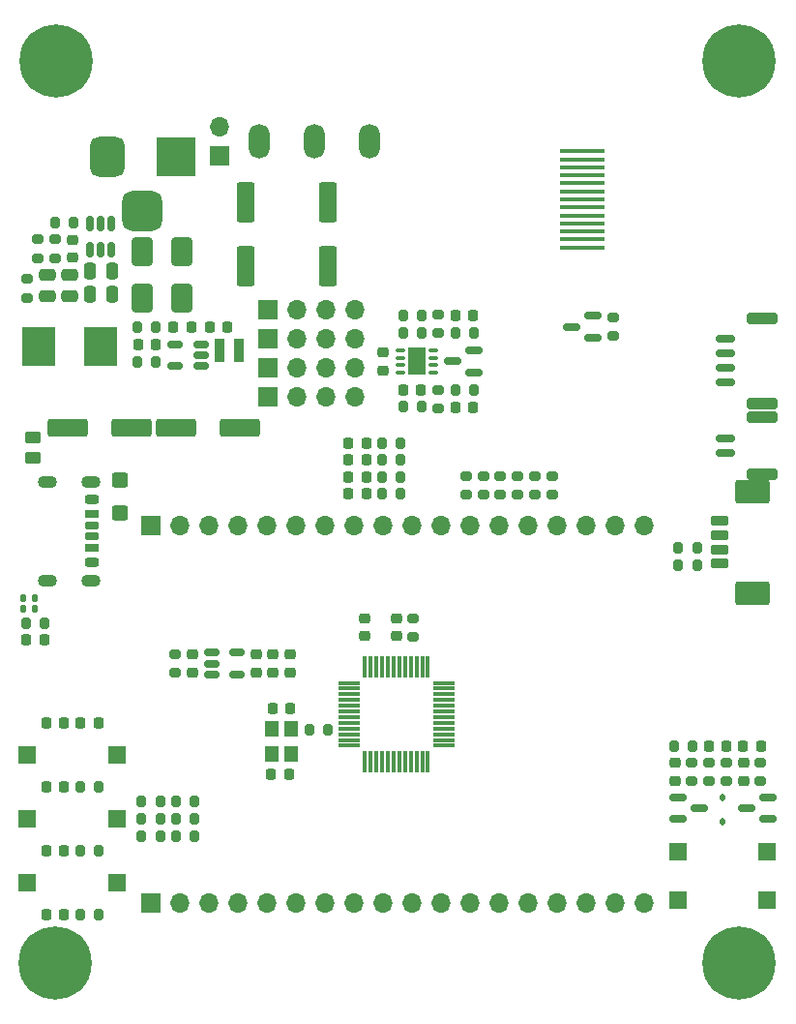
<source format=gts>
G04 Layer: BottomSilkscreenLayer*
G04 EasyEDA v6.5.25, 2024-03-20 21:11:36*
G04 Gerber Generator version 0.2*
G04 Scale: 100 percent, Rotated: No, Reflected: No *
G04 Dimensions in millimeters  *
G04 leading zeros omitted , absolute positions ,3 integer and 6 decimal *
%TF.GenerationSoftware,KiCad,Pcbnew,8.0.3*%
%TF.CreationDate,2024-07-16T23:41:29+08:00*%
%TF.ProjectId,mspm0,6d73706d-302e-46b6-9963-61645f706362,rev?*%
%TF.SameCoordinates,Original*%
%TF.FileFunction,Soldermask,Top*%
%TF.FilePolarity,Negative*%
%FSLAX46Y46*%
G04 Gerber Fmt 4.6, Leading zero omitted, Abs format (unit mm)*
G04 Created by KiCad (PCBNEW 8.0.3) date 2024-07-16 23:41:29*
%MOMM*%
%LPD*%
G01*
G04 APERTURE LIST*
G04 Aperture macros list*
%AMRoundRect*
0 Rectangle with rounded corners*
0 $1 Rounding radius*
0 $2 $3 $4 $5 $6 $7 $8 $9 X,Y pos of 4 corners*
0 Add a 4 corners polygon primitive as box body*
4,1,4,$2,$3,$4,$5,$6,$7,$8,$9,$2,$3,0*
0 Add four circle primitives for the rounded corners*
1,1,$1+$1,$2,$3*
1,1,$1+$1,$4,$5*
1,1,$1+$1,$6,$7*
1,1,$1+$1,$8,$9*
0 Add four rect primitives between the rounded corners*
20,1,$1+$1,$2,$3,$4,$5,0*
20,1,$1+$1,$4,$5,$6,$7,0*
20,1,$1+$1,$6,$7,$8,$9,0*
20,1,$1+$1,$8,$9,$2,$3,0*%
G04 Aperture macros list end*
%ADD10RoundRect,0.225000X-0.250000X0.225000X-0.250000X-0.225000X0.250000X-0.225000X0.250000X0.225000X0*%
%ADD11O,4.000500X0.399000*%
%ADD12RoundRect,0.225000X-0.225000X-0.250000X0.225000X-0.250000X0.225000X0.250000X-0.225000X0.250000X0*%
%ADD13RoundRect,0.200000X0.200000X0.275000X-0.200000X0.275000X-0.200000X-0.275000X0.200000X-0.275000X0*%
%ADD14RoundRect,0.200000X0.275000X-0.200000X0.275000X0.200000X-0.275000X0.200000X-0.275000X-0.200000X0*%
%ADD15RoundRect,0.250000X0.450000X-0.400000X0.450000X0.400000X-0.450000X0.400000X-0.450000X-0.400000X0*%
%ADD16RoundRect,0.200000X-0.275000X0.200000X-0.275000X-0.200000X0.275000X-0.200000X0.275000X0.200000X0*%
%ADD17RoundRect,0.200000X-0.200000X-0.275000X0.200000X-0.275000X0.200000X0.275000X-0.200000X0.275000X0*%
%ADD18RoundRect,0.250000X0.250000X0.475000X-0.250000X0.475000X-0.250000X-0.475000X0.250000X-0.475000X0*%
%ADD19RoundRect,0.218750X0.218750X0.256250X-0.218750X0.256250X-0.218750X-0.256250X0.218750X-0.256250X0*%
%ADD20RoundRect,0.250000X-1.500000X-0.550000X1.500000X-0.550000X1.500000X0.550000X-1.500000X0.550000X0*%
%ADD21R,1.200000X1.400000*%
%ADD22RoundRect,0.225000X0.225000X0.250000X-0.225000X0.250000X-0.225000X-0.250000X0.225000X-0.250000X0*%
%ADD23R,0.850000X2.000000*%
%ADD24RoundRect,0.150000X0.587500X0.150000X-0.587500X0.150000X-0.587500X-0.150000X0.587500X-0.150000X0*%
%ADD25RoundRect,0.150000X-0.512500X-0.150000X0.512500X-0.150000X0.512500X0.150000X-0.512500X0.150000X0*%
%ADD26C,0.800000*%
%ADD27C,6.400000*%
%ADD28RoundRect,0.150000X0.512500X0.150000X-0.512500X0.150000X-0.512500X-0.150000X0.512500X-0.150000X0*%
%ADD29RoundRect,0.218750X-0.256250X0.218750X-0.256250X-0.218750X0.256250X-0.218750X0.256250X0.218750X0*%
%ADD30RoundRect,0.135000X0.135000X0.185000X-0.135000X0.185000X-0.135000X-0.185000X0.135000X-0.185000X0*%
%ADD31R,3.500000X3.500000*%
%ADD32RoundRect,0.750000X-0.750000X-1.000000X0.750000X-1.000000X0.750000X1.000000X-0.750000X1.000000X0*%
%ADD33RoundRect,0.875000X-0.875000X-0.875000X0.875000X-0.875000X0.875000X0.875000X-0.875000X0.875000X0*%
%ADD34R,1.700000X1.700000*%
%ADD35O,1.700000X1.700000*%
%ADD36RoundRect,0.250000X-0.650000X1.000000X-0.650000X-1.000000X0.650000X-1.000000X0.650000X1.000000X0*%
%ADD37RoundRect,0.075000X-0.350000X-0.075000X0.350000X-0.075000X0.350000X0.075000X-0.350000X0.075000X0*%
%ADD38R,1.600000X2.400000*%
%ADD39RoundRect,0.150000X0.150000X-0.512500X0.150000X0.512500X-0.150000X0.512500X-0.150000X-0.512500X0*%
%ADD40R,1.500000X1.500000*%
%ADD41RoundRect,0.250000X0.550000X-1.500000X0.550000X1.500000X-0.550000X1.500000X-0.550000X-1.500000X0*%
%ADD42RoundRect,0.250000X0.475000X-0.250000X0.475000X0.250000X-0.475000X0.250000X-0.475000X-0.250000X0*%
%ADD43RoundRect,0.250000X0.650000X-1.000000X0.650000X1.000000X-0.650000X1.000000X-0.650000X-1.000000X0*%
%ADD44RoundRect,0.150000X0.700000X-0.150000X0.700000X0.150000X-0.700000X0.150000X-0.700000X-0.150000X0*%
%ADD45RoundRect,0.250000X1.100000X-0.250000X1.100000X0.250000X-1.100000X0.250000X-1.100000X-0.250000X0*%
%ADD46RoundRect,0.250000X1.500000X0.550000X-1.500000X0.550000X-1.500000X-0.550000X1.500000X-0.550000X0*%
%ADD47RoundRect,0.225000X0.250000X-0.225000X0.250000X0.225000X-0.250000X0.225000X-0.250000X-0.225000X0*%
%ADD48RoundRect,0.150000X-0.587500X-0.150000X0.587500X-0.150000X0.587500X0.150000X-0.587500X0.150000X0*%
%ADD49RoundRect,0.250000X0.450000X-0.262500X0.450000X0.262500X-0.450000X0.262500X-0.450000X-0.262500X0*%
%ADD50R,2.950000X3.500000*%
%ADD51RoundRect,0.175000X-0.425000X0.175000X-0.425000X-0.175000X0.425000X-0.175000X0.425000X0.175000X0*%
%ADD52RoundRect,0.190000X0.410000X-0.190000X0.410000X0.190000X-0.410000X0.190000X-0.410000X-0.190000X0*%
%ADD53RoundRect,0.200000X0.400000X-0.200000X0.400000X0.200000X-0.400000X0.200000X-0.400000X-0.200000X0*%
%ADD54RoundRect,0.175000X0.425000X-0.175000X0.425000X0.175000X-0.425000X0.175000X-0.425000X-0.175000X0*%
%ADD55RoundRect,0.190000X-0.410000X0.190000X-0.410000X-0.190000X0.410000X-0.190000X0.410000X0.190000X0*%
%ADD56RoundRect,0.200000X-0.400000X0.200000X-0.400000X-0.200000X0.400000X-0.200000X0.400000X0.200000X0*%
%ADD57O,1.700000X1.100000*%
%ADD58RoundRect,0.200000X0.600000X-0.200000X0.600000X0.200000X-0.600000X0.200000X-0.600000X-0.200000X0*%
%ADD59RoundRect,0.250001X1.249999X-0.799999X1.249999X0.799999X-1.249999X0.799999X-1.249999X-0.799999X0*%
%ADD60R,1.955236X0.312473*%
%ADD61R,0.312473X1.955236*%
%ADD62RoundRect,0.112500X0.112500X-0.187500X0.112500X0.187500X-0.112500X0.187500X-0.112500X-0.187500X0*%
%ADD63O,1.827000X3.027000*%
G04 APERTURE END LIST*
D10*
%TO.C,C4*%
X122224999Y-43324999D03*
X122224999Y-44874999D03*
%TD*%
D11*
%TO.C,S1*%
X166850250Y-44000500D03*
X166850250Y-43299500D03*
X166850250Y-42601000D03*
X166850250Y-41900000D03*
X166850250Y-41199000D03*
X166850250Y-40500500D03*
X166850250Y-39799500D03*
X166850250Y-39101000D03*
X166850250Y-38400000D03*
X166850250Y-37699000D03*
X166850250Y-37000500D03*
X166850250Y-36299500D03*
X166850250Y-35601000D03*
%TD*%
D12*
%TO.C,C28*%
X139625000Y-90100000D03*
X141175000Y-90100000D03*
%TD*%
D13*
%TO.C,R45*%
X124525000Y-96800000D03*
X122875000Y-96800000D03*
%TD*%
D14*
%TO.C,R3*%
X118224998Y-48399999D03*
X118224998Y-46749999D03*
%TD*%
D13*
%TO.C,R1*%
X122349999Y-41800000D03*
X120699999Y-41800000D03*
%TD*%
D15*
%TO.C,D8*%
X126400000Y-67250000D03*
X126400000Y-64350000D03*
%TD*%
D16*
%TO.C,R35*%
X177958400Y-89045000D03*
X177958400Y-90695000D03*
%TD*%
D17*
%TO.C,R9*%
X155731250Y-51468749D03*
X157381250Y-51468749D03*
%TD*%
D18*
%TO.C,C8*%
X125674999Y-48065000D03*
X123774999Y-48065000D03*
%TD*%
D19*
%TO.C,D5*%
X147966900Y-62603600D03*
X146391900Y-62603600D03*
%TD*%
D20*
%TO.C,C16*%
X121800000Y-59800000D03*
X127400000Y-59800000D03*
%TD*%
D16*
%TO.C,R34*%
X176458400Y-89045000D03*
X176458400Y-90695000D03*
%TD*%
D21*
%TO.C,Y1*%
X139650000Y-86100000D03*
X139650000Y-88300000D03*
X141350000Y-88300000D03*
X141350000Y-86100000D03*
%TD*%
D12*
%TO.C,C31*%
X119925000Y-102400000D03*
X121475000Y-102400000D03*
%TD*%
D22*
%TO.C,C25*%
X179483400Y-87653400D03*
X177933400Y-87653400D03*
%TD*%
D23*
%TO.C,L2*%
X136762499Y-53000000D03*
X135112499Y-53000000D03*
%TD*%
D24*
%TO.C,Q3*%
X183087500Y-94020000D03*
X183087500Y-92120000D03*
X181212500Y-93070000D03*
%TD*%
D16*
%TO.C,R19*%
X158200000Y-63975000D03*
X158200000Y-65625000D03*
%TD*%
D17*
%TO.C,R44*%
X131275000Y-95500000D03*
X132925000Y-95500000D03*
%TD*%
%TO.C,R4*%
X151156250Y-49931249D03*
X152806250Y-49931249D03*
%TD*%
D13*
%TO.C,R16*%
X150975000Y-62603600D03*
X149325000Y-62603600D03*
%TD*%
D25*
%TO.C,U5*%
X134400000Y-79450000D03*
X134400000Y-80400000D03*
X134400000Y-81350000D03*
X136675000Y-81350000D03*
X136675000Y-79450000D03*
%TD*%
D26*
%TO.C,H2*%
X178200000Y-27650000D03*
X178902944Y-25952944D03*
X178902944Y-29347056D03*
X180600000Y-25250000D03*
D27*
X180600000Y-27650000D03*
D26*
X180600000Y-30050000D03*
X182297056Y-25952944D03*
X182297056Y-29347056D03*
X183000000Y-27650000D03*
%TD*%
D18*
%TO.C,C5*%
X125674999Y-46100000D03*
X123774999Y-46100000D03*
%TD*%
D28*
%TO.C,U3*%
X133475000Y-54400000D03*
X133475000Y-53450000D03*
X133475000Y-52500000D03*
X131200000Y-52500000D03*
X131200000Y-54400000D03*
%TD*%
D29*
%TO.C,D12*%
X180958400Y-89082501D03*
X180958400Y-90657501D03*
%TD*%
D10*
%TO.C,C21*%
X138337500Y-79625000D03*
X138337500Y-81175000D03*
%TD*%
D16*
%TO.C,R18*%
X156710000Y-63975000D03*
X156710000Y-65625000D03*
%TD*%
D17*
%TO.C,R41*%
X128275000Y-94000000D03*
X129925000Y-94000000D03*
%TD*%
%TO.C,R6*%
X127912500Y-51000000D03*
X129562500Y-51000000D03*
%TD*%
D14*
%TO.C,R37*%
X182458400Y-90695000D03*
X182458400Y-89045000D03*
%TD*%
D30*
%TO.C,R27*%
X118960000Y-74660001D03*
X117940000Y-74660001D03*
%TD*%
D31*
%TO.C,J1*%
X131300000Y-36100000D03*
D32*
X125300000Y-36100000D03*
D33*
X128300000Y-40800000D03*
%TD*%
D12*
%TO.C,C30*%
X119925000Y-96800000D03*
X121475000Y-96800000D03*
%TD*%
D26*
%TO.C,H1*%
X118400000Y-27650000D03*
X119102944Y-25952944D03*
X119102944Y-29347056D03*
X120800000Y-25250000D03*
D27*
X120800000Y-27650000D03*
D26*
X120800000Y-30050000D03*
X122497056Y-25952944D03*
X122497056Y-29347056D03*
X123200000Y-27650000D03*
%TD*%
D19*
%TO.C,D11*%
X124487500Y-85600000D03*
X122912500Y-85600000D03*
%TD*%
D22*
%TO.C,C14*%
X152756250Y-56468749D03*
X151206250Y-56468749D03*
%TD*%
D13*
%TO.C,R17*%
X150975000Y-64076800D03*
X149325000Y-64076800D03*
%TD*%
D17*
%TO.C,R33*%
X174883400Y-87653400D03*
X176533400Y-87653400D03*
%TD*%
D34*
%TO.C,J6*%
X139300000Y-54540000D03*
D35*
X141840000Y-54540000D03*
X144380000Y-54540000D03*
X146920000Y-54540000D03*
%TD*%
D14*
%TO.C,C3*%
X119224999Y-44925000D03*
X119224999Y-43275000D03*
%TD*%
D36*
%TO.C,D1*%
X128300000Y-44399999D03*
X128300000Y-48400001D03*
%TD*%
D12*
%TO.C,C26*%
X180933400Y-87653400D03*
X182483400Y-87653400D03*
%TD*%
D37*
%TO.C,U4*%
X150918750Y-52993749D03*
X150918750Y-53643749D03*
X150918750Y-54293749D03*
X150918750Y-54943749D03*
X153818750Y-54943749D03*
X153818750Y-54293749D03*
X153818750Y-53643749D03*
X153818750Y-52993749D03*
D38*
X152368750Y-53968749D03*
%TD*%
D30*
%TO.C,R28*%
X118960000Y-75600000D03*
X117940000Y-75600000D03*
%TD*%
D13*
%TO.C,R46*%
X124525000Y-102400000D03*
X122875000Y-102400000D03*
%TD*%
D16*
%TO.C,R31*%
X131237500Y-79575000D03*
X131237500Y-81225000D03*
%TD*%
D13*
%TO.C,R38*%
X124525000Y-91200000D03*
X122875000Y-91200000D03*
%TD*%
D16*
%TO.C,R20*%
X159700000Y-63975000D03*
X159700000Y-65625000D03*
%TD*%
D34*
%TO.C,J4*%
X139300000Y-52000000D03*
D35*
X141840000Y-52000000D03*
X144380000Y-52000000D03*
X146920000Y-52000000D03*
%TD*%
D17*
%TO.C,R39*%
X128275000Y-92500000D03*
X129925000Y-92500000D03*
%TD*%
D22*
%TO.C,C9*%
X157331250Y-49968749D03*
X155781250Y-49968749D03*
%TD*%
D39*
%TO.C,U2*%
X123764999Y-44187500D03*
X124714999Y-44187500D03*
X125664999Y-44187500D03*
X125664999Y-41912500D03*
X124714999Y-41912500D03*
X123764999Y-41912500D03*
%TD*%
D10*
%TO.C,C22*%
X139800000Y-79625000D03*
X139800000Y-81175000D03*
%TD*%
D40*
%TO.C,SW1*%
X118300000Y-88400000D03*
X126100000Y-88400000D03*
%TD*%
D41*
%TO.C,C1*%
X137400000Y-45650000D03*
X137400000Y-40050000D03*
%TD*%
D42*
%TO.C,C6*%
X120014999Y-48299999D03*
X120014999Y-46399999D03*
%TD*%
D22*
%TO.C,C11*%
X135812500Y-51000000D03*
X134262500Y-51000000D03*
%TD*%
D10*
%TO.C,C19*%
X150600000Y-76475000D03*
X150600000Y-78025000D03*
%TD*%
D40*
%TO.C,SW2*%
X118300000Y-94000000D03*
X126100000Y-94000000D03*
%TD*%
D43*
%TO.C,D2*%
X131800000Y-48400000D03*
X131800000Y-44400000D03*
%TD*%
D13*
%TO.C,R25*%
X176925000Y-70300000D03*
X175275000Y-70300000D03*
%TD*%
D10*
%TO.C,C13*%
X149456250Y-53193749D03*
X149456250Y-54743749D03*
%TD*%
D40*
%TO.C,SW5*%
X183050000Y-101070000D03*
X175250000Y-101070000D03*
%TD*%
D44*
%TO.C,J5*%
X179400000Y-55775000D03*
X179400000Y-54525000D03*
X179400000Y-53275000D03*
X179400000Y-52025000D03*
D45*
X182600000Y-57625000D03*
X182600000Y-50175000D03*
%TD*%
D13*
%TO.C,R11*%
X157381250Y-56468749D03*
X155731250Y-56468749D03*
%TD*%
D22*
%TO.C,C15*%
X157331250Y-57968749D03*
X155781250Y-57968749D03*
%TD*%
D13*
%TO.C,R10*%
X129562500Y-54000000D03*
X127912500Y-54000000D03*
%TD*%
D41*
%TO.C,C2*%
X144549999Y-45650000D03*
X144549999Y-40050000D03*
%TD*%
D17*
%TO.C,R42*%
X131275000Y-94000000D03*
X132925000Y-94000000D03*
%TD*%
D22*
%TO.C,C24*%
X141275000Y-84300000D03*
X139725000Y-84300000D03*
%TD*%
D19*
%TO.C,D9*%
X119787500Y-78350000D03*
X118212500Y-78350000D03*
%TD*%
D26*
%TO.C,H4*%
X178200000Y-106600000D03*
X178902944Y-104902944D03*
X178902944Y-108297056D03*
X180600000Y-104200000D03*
D27*
X180600000Y-106600000D03*
D26*
X180600000Y-109000000D03*
X182297056Y-104902944D03*
X182297056Y-108297056D03*
X183000000Y-106600000D03*
%TD*%
D34*
%TO.C,J7*%
X139300000Y-57080000D03*
D35*
X141840000Y-57080000D03*
X144380000Y-57080000D03*
X146920000Y-57080000D03*
%TD*%
D46*
%TO.C,C17*%
X136900000Y-59800000D03*
X131300000Y-59800000D03*
%TD*%
D16*
%TO.C,R2*%
X120724998Y-43274999D03*
X120724998Y-44924999D03*
%TD*%
D13*
%TO.C,R26*%
X176925000Y-71810001D03*
X175275000Y-71810001D03*
%TD*%
D17*
%TO.C,R43*%
X128275000Y-95500000D03*
X129925000Y-95500000D03*
%TD*%
D16*
%TO.C,R12*%
X154256250Y-56443749D03*
X154256250Y-58093749D03*
%TD*%
D19*
%TO.C,D7*%
X147966900Y-65552000D03*
X146391900Y-65552000D03*
%TD*%
D47*
%TO.C,C18*%
X147850000Y-78025000D03*
X147850000Y-76475000D03*
%TD*%
D48*
%TO.C,Q2*%
X175212500Y-92120000D03*
X175212500Y-94020000D03*
X177087500Y-93070000D03*
%TD*%
D49*
%TO.C,R15*%
X118800000Y-62425000D03*
X118800000Y-60600000D03*
%TD*%
D12*
%TO.C,C29*%
X119925000Y-91200000D03*
X121475000Y-91200000D03*
%TD*%
D24*
%TO.C,Q1*%
X167787500Y-51900000D03*
X167787500Y-50000000D03*
X165912500Y-50950000D03*
%TD*%
D10*
%TO.C,C20*%
X132737500Y-79625000D03*
X132737500Y-81175000D03*
%TD*%
D19*
%TO.C,D4*%
X147966900Y-61130400D03*
X146391900Y-61130400D03*
%TD*%
D16*
%TO.C,R23*%
X164200000Y-63975000D03*
X164200000Y-65625000D03*
%TD*%
D50*
%TO.C,L1*%
X124700000Y-52700000D03*
X119250000Y-52700000D03*
%TD*%
D19*
%TO.C,D10*%
X121487500Y-85600000D03*
X119912500Y-85600000D03*
%TD*%
D51*
%TO.C,J10*%
X123955000Y-68300000D03*
D52*
X123955000Y-70320000D03*
D53*
X123955000Y-71550000D03*
D54*
X123955000Y-69300000D03*
D55*
X123955000Y-67280000D03*
D56*
X123955000Y-66050000D03*
D57*
X123875000Y-64480000D03*
X120075000Y-64480000D03*
X123875000Y-73120000D03*
X120075000Y-73120000D03*
%TD*%
D17*
%TO.C,R13*%
X151156250Y-57931249D03*
X152806250Y-57931249D03*
%TD*%
D12*
%TO.C,C12*%
X127962500Y-52500000D03*
X129512500Y-52500000D03*
%TD*%
D40*
%TO.C,SW4*%
X118300000Y-99600000D03*
X126100000Y-99600000D03*
%TD*%
D10*
%TO.C,C23*%
X141250000Y-79625000D03*
X141250000Y-81175000D03*
%TD*%
D12*
%TO.C,C10*%
X131062500Y-51000000D03*
X132612500Y-51000000D03*
%TD*%
D19*
%TO.C,D6*%
X147966900Y-64076800D03*
X146391900Y-64076800D03*
%TD*%
D34*
%TO.C,J12*%
X129100000Y-101350000D03*
D35*
X131640000Y-101350000D03*
X134180000Y-101350000D03*
X136720000Y-101350000D03*
X139260000Y-101350000D03*
X141800000Y-101350000D03*
X144340000Y-101350000D03*
X146880000Y-101350000D03*
X149420000Y-101350000D03*
X151960000Y-101350000D03*
X154500000Y-101350000D03*
X157040000Y-101350000D03*
X159580000Y-101350000D03*
X162120000Y-101350000D03*
X164660000Y-101350000D03*
X167200000Y-101350000D03*
X169740000Y-101350000D03*
X172280000Y-101350000D03*
%TD*%
D58*
%TO.C,J11*%
X178900000Y-71675000D03*
X178900000Y-70425000D03*
X178900000Y-69175000D03*
X178900000Y-67925000D03*
D59*
X181800000Y-74225000D03*
X181800000Y-65375000D03*
%TD*%
D16*
%TO.C,R30*%
X152059999Y-76425000D03*
X152059999Y-78075000D03*
%TD*%
D60*
%TO.C,U6*%
X146424517Y-82090000D03*
X146424517Y-82589999D03*
X146424517Y-83090001D03*
X146424517Y-83590000D03*
X146424517Y-84089999D03*
X146424517Y-84590000D03*
X146424517Y-85090000D03*
X146424517Y-85590001D03*
X146424517Y-86090000D03*
X146424517Y-86589999D03*
X146424517Y-87090001D03*
X146424517Y-87590000D03*
D61*
X147850000Y-89015483D03*
X148349999Y-89015483D03*
X148850001Y-89015483D03*
X149350000Y-89015483D03*
X149849999Y-89015483D03*
X150350000Y-89015483D03*
X150850000Y-89015483D03*
X151350001Y-89015483D03*
X151850000Y-89015483D03*
X152349999Y-89015483D03*
X152850001Y-89015483D03*
X153350000Y-89015483D03*
D60*
X154775483Y-87590000D03*
X154775483Y-87090001D03*
X154775483Y-86589999D03*
X154775483Y-86090000D03*
X154775483Y-85590001D03*
X154775483Y-85090000D03*
X154775483Y-84590000D03*
X154775483Y-84089999D03*
X154775483Y-83590000D03*
X154775483Y-83090001D03*
X154775483Y-82589999D03*
X154775483Y-82090000D03*
D61*
X153350000Y-80664517D03*
X152850001Y-80664517D03*
X152349999Y-80664517D03*
X151850000Y-80664517D03*
X151350001Y-80664517D03*
X150850000Y-80664517D03*
X150350000Y-80664517D03*
X149849999Y-80664517D03*
X149350000Y-80664517D03*
X148850001Y-80664517D03*
X148349999Y-80664517D03*
X147850000Y-80664517D03*
%TD*%
D16*
%TO.C,R7*%
X169550000Y-50125000D03*
X169550000Y-51775000D03*
%TD*%
D17*
%TO.C,R8*%
X151156250Y-51468749D03*
X152806250Y-51468749D03*
%TD*%
D24*
%TO.C,D3*%
X157393750Y-54918749D03*
X157393750Y-53018749D03*
X155518750Y-53968749D03*
%TD*%
D62*
%TO.C,D13*%
X179150000Y-94220000D03*
X179150000Y-92120000D03*
%TD*%
D34*
%TO.C,J2*%
X135150000Y-35975000D03*
D35*
X135150000Y-33435000D03*
%TD*%
D13*
%TO.C,R24*%
X150975000Y-65550000D03*
X149325000Y-65550000D03*
%TD*%
D34*
%TO.C,J3*%
X139300000Y-49460000D03*
D35*
X141840000Y-49460000D03*
X144380000Y-49460000D03*
X146920000Y-49460000D03*
%TD*%
D14*
%TO.C,R5*%
X154256250Y-51493749D03*
X154256250Y-49843749D03*
%TD*%
D42*
%TO.C,C7*%
X122024999Y-48300000D03*
X122024999Y-46400000D03*
%TD*%
D13*
%TO.C,R29*%
X119825000Y-76850000D03*
X118175000Y-76850000D03*
%TD*%
D44*
%TO.C,J8*%
X179400000Y-61975000D03*
X179400000Y-60725000D03*
D45*
X182600000Y-63825000D03*
X182600000Y-58875000D03*
%TD*%
D10*
%TO.C,C27*%
X174958400Y-89095000D03*
X174958400Y-90645000D03*
%TD*%
D26*
%TO.C,H3*%
X118350000Y-106600000D03*
X119052944Y-104902944D03*
X119052944Y-108297056D03*
X120750000Y-104200000D03*
D27*
X120750000Y-106600000D03*
D26*
X120750000Y-109000000D03*
X122447056Y-104902944D03*
X122447056Y-108297056D03*
X123150000Y-106600000D03*
%TD*%
D34*
%TO.C,J9*%
X129100000Y-68350000D03*
D35*
X131640000Y-68350000D03*
X134180000Y-68350000D03*
X136720000Y-68350000D03*
X139260000Y-68350000D03*
X141800000Y-68350000D03*
X144340000Y-68350000D03*
X146880000Y-68350000D03*
X149420000Y-68350000D03*
X151960000Y-68350000D03*
X154500000Y-68350000D03*
X157040000Y-68350000D03*
X159580000Y-68350000D03*
X162120000Y-68350000D03*
X164660000Y-68350000D03*
X167200000Y-68350000D03*
X169740000Y-68350000D03*
X172280000Y-68350000D03*
%TD*%
D17*
%TO.C,R32*%
X142975000Y-86200000D03*
X144625000Y-86200000D03*
%TD*%
%TO.C,R40*%
X131275000Y-92500000D03*
X132925000Y-92500000D03*
%TD*%
D16*
%TO.C,R22*%
X162700000Y-63975000D03*
X162700000Y-65625000D03*
%TD*%
D13*
%TO.C,R14*%
X150975000Y-61130400D03*
X149325000Y-61130400D03*
%TD*%
D40*
%TO.C,SW3*%
X183050000Y-96900000D03*
X175250000Y-96900000D03*
%TD*%
D63*
%TO.C,U1*%
X138600000Y-34700000D03*
X143400000Y-34700000D03*
X148200000Y-34700000D03*
%TD*%
D16*
%TO.C,R21*%
X161200000Y-63975000D03*
X161200000Y-65625000D03*
%TD*%
%TO.C,R36*%
X179458400Y-89045000D03*
X179458400Y-90695000D03*
%TD*%
M02*

</source>
